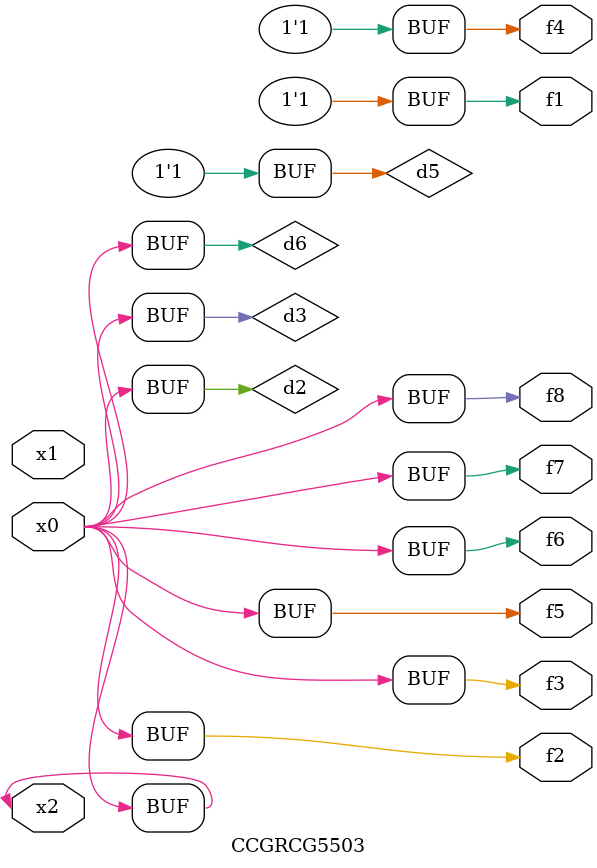
<source format=v>
module CCGRCG5503(
	input x0, x1, x2,
	output f1, f2, f3, f4, f5, f6, f7, f8
);

	wire d1, d2, d3, d4, d5, d6;

	xnor (d1, x2);
	buf (d2, x0, x2);
	and (d3, x0);
	xnor (d4, x1, x2);
	nand (d5, d1, d3);
	buf (d6, d2, d3);
	assign f1 = d5;
	assign f2 = d6;
	assign f3 = d6;
	assign f4 = d5;
	assign f5 = d6;
	assign f6 = d6;
	assign f7 = d6;
	assign f8 = d6;
endmodule

</source>
